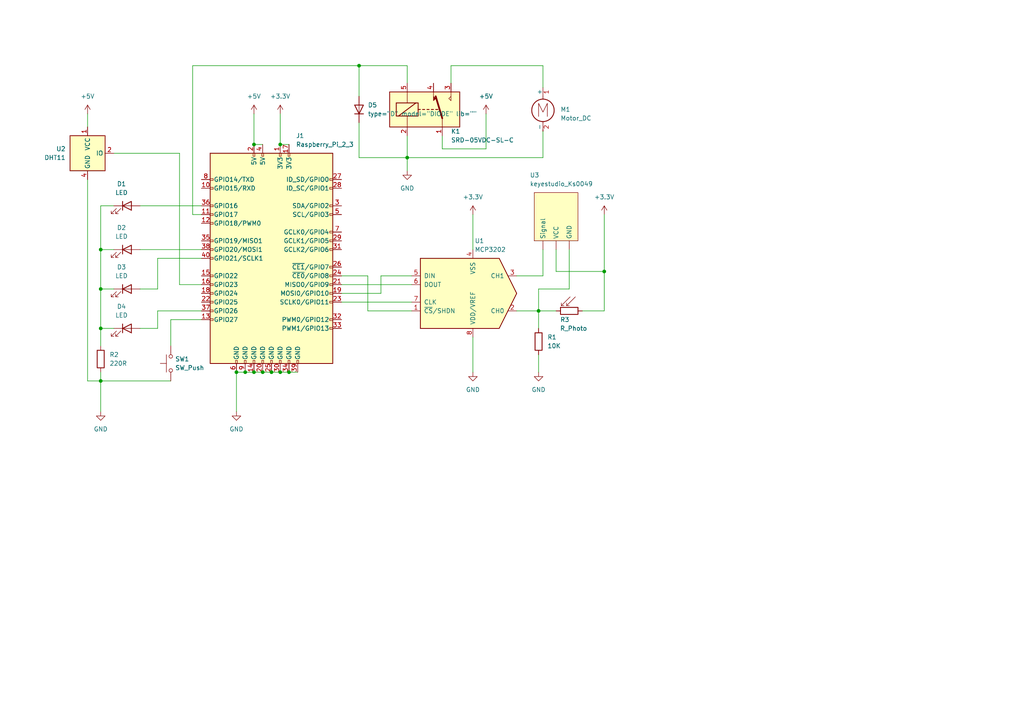
<source format=kicad_sch>
(kicad_sch (version 20211123) (generator eeschema)
  (paper "A4")
  (lib_symbols
    (symbol "Analog_ADC:MCP3202" (pin_names (offset 1.016))
      (property "Reference" "U" (at -6.35 11.43 0))
      (property "Value" "MCP3202" (at 11.43 11.43 0))
      (symbol "MCP3202_0_1"
        (polyline (pts (xy 15.24 10.16) (xy -7.62 10.16) (xy -12.7 0) (xy -7.62 -10.16) (xy 15.24 -10.16) (xy 15.24 10.16)) (stroke (width 0.254)) (fill (type background)))
      )
      (symbol "MCP3202_1_1"
        (pin input line (at 17.78 5.08 180) (length 2.54) (name "~{CS}/SHDN") (number "1"))
        (pin passive line (at -12.7 5.08 0) (length 2.54) (name "CH0") (number "2"))
        (pin passive line (at -12.7 -5.08 0) (length 2.54) (name "CH1") (number "3"))
        (pin power_in line (at 0 -12.7 90) (length 2.54) (name "VSS") (number "4"))
        (pin input line (at 17.78 -5.08 180) (length 2.54) (name "DIN") (number "5"))
        (pin output line (at 17.78 -2.54 180) (length 2.54) (name "DOUT") (number "6"))
        (pin input line (at 17.78 2.54 180) (length 2.54) (name "CLK") (number "7"))
        (pin power_in line (at 0 12.7 270) (length 2.54) (name "VDD/VREF") (number "8"))
      )
    )
    (symbol "Connector:Raspberry_Pi_2_3" (pin_names (offset 1.016))
      (property "Reference" "J" (at -17.78 31.75 0))
      (property "Value" "Raspberry_Pi_2_3" (at 10.16 -31.75 0))
      (symbol "Raspberry_Pi_2_3_0_1"
        (rectangle (start -17.78 30.48) (end 17.78 -30.48) (stroke (width 0.254)) (fill (type background)))
      )
      (symbol "Raspberry_Pi_2_3_1_1"
        (rectangle (start -16.891 -17.526) (end -17.78 -18.034))
        (rectangle (start -16.891 -14.986) (end -17.78 -15.494))
        (rectangle (start -16.891 -12.446) (end -17.78 -12.954))
        (rectangle (start -16.891 -9.906) (end -17.78 -10.414))
        (rectangle (start -16.891 -7.366) (end -17.78 -7.874))
        (rectangle (start -16.891 -4.826) (end -17.78 -5.334))
        (rectangle (start -16.891 0.254) (end -17.78 -0.254))
        (rectangle (start -16.891 2.794) (end -17.78 2.286))
        (rectangle (start -16.891 5.334) (end -17.78 4.826))
        (rectangle (start -16.891 10.414) (end -17.78 9.906))
        (rectangle (start -16.891 12.954) (end -17.78 12.446))
        (rectangle (start -16.891 15.494) (end -17.78 14.986))
        (rectangle (start -16.891 20.574) (end -17.78 20.066))
        (rectangle (start -16.891 23.114) (end -17.78 22.606))
        (rectangle (start -10.414 -29.591) (end -9.906 -30.48))
        (rectangle (start -7.874 -29.591) (end -7.366 -30.48))
        (rectangle (start -5.334 -29.591) (end -4.826 -30.48))
        (rectangle (start -5.334 30.48) (end -4.826 29.591))
        (rectangle (start -2.794 -29.591) (end -2.286 -30.48))
        (rectangle (start -2.794 30.48) (end -2.286 29.591))
        (rectangle (start -0.254 -29.591) (end 0.254 -30.48))
        (rectangle (start 2.286 -29.591) (end 2.794 -30.48))
        (rectangle (start 2.286 30.48) (end 2.794 29.591))
        (rectangle (start 4.826 -29.591) (end 5.334 -30.48))
        (rectangle (start 4.826 30.48) (end 5.334 29.591))
        (rectangle (start 7.366 -29.591) (end 7.874 -30.48))
        (rectangle (start 17.78 -20.066) (end 16.891 -20.574))
        (rectangle (start 17.78 -17.526) (end 16.891 -18.034))
        (rectangle (start 17.78 -12.446) (end 16.891 -12.954))
        (rectangle (start 17.78 -9.906) (end 16.891 -10.414))
        (rectangle (start 17.78 -7.366) (end 16.891 -7.874))
        (rectangle (start 17.78 -4.826) (end 16.891 -5.334))
        (rectangle (start 17.78 -2.286) (end 16.891 -2.794))
        (rectangle (start 17.78 2.794) (end 16.891 2.286))
        (rectangle (start 17.78 5.334) (end 16.891 4.826))
        (rectangle (start 17.78 7.874) (end 16.891 7.366))
        (rectangle (start 17.78 12.954) (end 16.891 12.446))
        (rectangle (start 17.78 15.494) (end 16.891 14.986))
        (rectangle (start 17.78 20.574) (end 16.891 20.066))
        (rectangle (start 17.78 23.114) (end 16.891 22.606))
        (pin power_in line (at 2.54 33.02 270) (length 2.54) (name "3V3") (number "1"))
        (pin bidirectional line (at -20.32 20.32 0) (length 2.54) (name "GPIO15/RXD") (number "10"))
        (pin bidirectional line (at -20.32 12.7 0) (length 2.54) (name "GPIO17") (number "11"))
        (pin bidirectional line (at -20.32 10.16 0) (length 2.54) (name "GPIO18/PWM0") (number "12"))
        (pin bidirectional line (at -20.32 -17.78 0) (length 2.54) (name "GPIO27") (number "13"))
        (pin power_in line (at -5.08 -33.02 90) (length 2.54) (name "GND") (number "14"))
        (pin bidirectional line (at -20.32 -5.08 0) (length 2.54) (name "GPIO22") (number "15"))
        (pin bidirectional line (at -20.32 -7.62 0) (length 2.54) (name "GPIO23") (number "16"))
        (pin power_in line (at 5.08 33.02 270) (length 2.54) (name "3V3") (number "17"))
        (pin bidirectional line (at -20.32 -10.16 0) (length 2.54) (name "GPIO24") (number "18"))
        (pin bidirectional line (at 20.32 -10.16 180) (length 2.54) (name "MOSI0/GPIO10") (number "19"))
        (pin power_in line (at -5.08 33.02 270) (length 2.54) (name "5V") (number "2"))
        (pin power_in line (at -2.54 -33.02 90) (length 2.54) (name "GND") (number "20"))
        (pin bidirectional line (at 20.32 -7.62 180) (length 2.54) (name "MISO0/GPIO9") (number "21"))
        (pin bidirectional line (at -20.32 -12.7 0) (length 2.54) (name "GPIO25") (number "22"))
        (pin bidirectional line (at 20.32 -12.7 180) (length 2.54) (name "SCLK0/GPIO11") (number "23"))
        (pin bidirectional line (at 20.32 -5.08 180) (length 2.54) (name "~{CE0}/GPIO8") (number "24"))
        (pin power_in line (at 0 -33.02 90) (length 2.54) (name "GND") (number "25"))
        (pin bidirectional line (at 20.32 -2.54 180) (length 2.54) (name "~{CE1}/GPIO7") (number "26"))
        (pin bidirectional line (at 20.32 22.86 180) (length 2.54) (name "ID_SD/GPIO0") (number "27"))
        (pin bidirectional line (at 20.32 20.32 180) (length 2.54) (name "ID_SC/GPIO1") (number "28"))
        (pin bidirectional line (at 20.32 5.08 180) (length 2.54) (name "GCLK1/GPIO5") (number "29"))
        (pin bidirectional line (at 20.32 15.24 180) (length 2.54) (name "SDA/GPIO2") (number "3"))
        (pin power_in line (at 2.54 -33.02 90) (length 2.54) (name "GND") (number "30"))
        (pin bidirectional line (at 20.32 2.54 180) (length 2.54) (name "GCLK2/GPIO6") (number "31"))
        (pin bidirectional line (at 20.32 -17.78 180) (length 2.54) (name "PWM0/GPIO12") (number "32"))
        (pin bidirectional line (at 20.32 -20.32 180) (length 2.54) (name "PWM1/GPIO13") (number "33"))
        (pin power_in line (at 5.08 -33.02 90) (length 2.54) (name "GND") (number "34"))
        (pin bidirectional line (at -20.32 5.08 0) (length 2.54) (name "GPIO19/MISO1") (number "35"))
        (pin bidirectional line (at -20.32 15.24 0) (length 2.54) (name "GPIO16") (number "36"))
        (pin bidirectional line (at -20.32 -15.24 0) (length 2.54) (name "GPIO26") (number "37"))
        (pin bidirectional line (at -20.32 2.54 0) (length 2.54) (name "GPIO20/MOSI1") (number "38"))
        (pin power_in line (at 7.62 -33.02 90) (length 2.54) (name "GND") (number "39"))
        (pin power_in line (at -2.54 33.02 270) (length 2.54) (name "5V") (number "4"))
        (pin bidirectional line (at -20.32 0 0) (length 2.54) (name "GPIO21/SCLK1") (number "40"))
        (pin bidirectional line (at 20.32 12.7 180) (length 2.54) (name "SCL/GPIO3") (number "5"))
        (pin power_in line (at -10.16 -33.02 90) (length 2.54) (name "GND") (number "6"))
        (pin bidirectional line (at 20.32 7.62 180) (length 2.54) (name "GCLK0/GPIO4") (number "7"))
        (pin bidirectional line (at -20.32 22.86 0) (length 2.54) (name "GPIO14/TXD") (number "8"))
        (pin power_in line (at -7.62 -33.02 90) (length 2.54) (name "GND") (number "9"))
      )
    )
    (symbol "Device:LED" (pin_numbers hide) (pin_names (offset 1.016) hide)
      (property "Reference" "D" (at 0 2.54 0))
      (property "Value" "LED" (at 0 -2.54 0))
      (symbol "LED_0_1"
        (polyline (pts (xy -1.27 -1.27) (xy -1.27 1.27)) (stroke (width 0.254)))
        (polyline (pts (xy -1.27 0) (xy 1.27 0)))
        (polyline (pts (xy 1.27 -1.27) (xy 1.27 1.27) (xy -1.27 0) (xy 1.27 -1.27)) (stroke (width 0.254)))
        (polyline (pts (xy -3.048 -0.762) (xy -4.572 -2.286) (xy -3.81 -2.286) (xy -4.572 -2.286) (xy -4.572 -1.524)))
        (polyline (pts (xy -1.778 -0.762) (xy -3.302 -2.286) (xy -2.54 -2.286) (xy -3.302 -2.286) (xy -3.302 -1.524)))
      )
      (symbol "LED_1_1"
        (pin passive line (at -3.81 0 0) (length 2.54) (name "K") (number "1"))
        (pin passive line (at 3.81 0 180) (length 2.54) (name "A") (number "2"))
      )
    )
    (symbol "Device:R" (pin_numbers hide) (pin_names (offset 0))
      (property "Reference" "R" (at 2.032 0 90))
      (property "Value" "R" (at 0 0 90))
      (symbol "R_0_1"
        (rectangle (start -1.016 -2.54) (end 1.016 2.54) (stroke (width 0.254)))
      )
      (symbol "R_1_1"
        (pin passive line (at 0 3.81 270) (length 1.27) (name "~") (number "1"))
        (pin passive line (at 0 -3.81 90) (length 1.27) (name "~") (number "2"))
      )
    )
    (symbol "Device:R_Photo" (pin_numbers hide) (pin_names (offset 0))
      (property "Reference" "R" (at 1.27 1.27 0))
      (property "Value" "R_Photo" (at 1.27 0 0))
      (symbol "R_Photo_0_1"
        (rectangle (start -1.016 2.54) (end 1.016 -2.54) (stroke (width 0.254)))
        (polyline (pts (xy -1.524 -2.286) (xy -4.064 0.254)))
        (polyline (pts (xy -1.524 -2.286) (xy -2.286 -2.286)))
        (polyline (pts (xy -1.524 -2.286) (xy -1.524 -1.524)))
        (polyline (pts (xy -1.524 -0.762) (xy -4.064 1.778)))
        (polyline (pts (xy -1.524 -0.762) (xy -2.286 -0.762)))
        (polyline (pts (xy -1.524 -0.762) (xy -1.524 0)))
      )
      (symbol "R_Photo_1_1"
        (pin passive line (at 0 3.81 270) (length 1.27) (name "~") (number "1"))
        (pin passive line (at 0 -3.81 90) (length 1.27) (name "~") (number "2"))
      )
    )
    (symbol "Motor:Motor_DC" (pin_names (offset 0))
      (property "Reference" "M" (at 2.54 2.54 0))
      (property "Value" "Motor_DC" (at 2.54 -5.08 0))
      (symbol "Motor_DC_0_0"
        (polyline (pts (xy -1.27 -3.302) (xy -1.27 0.508) (xy 0 -2.032) (xy 1.27 0.508) (xy 1.27 -3.302)))
      )
      (symbol "Motor_DC_0_1"
        (circle (center 0 -1.524) (radius 3.2512) (stroke (width 0.254)))
        (polyline (pts (xy 0 -7.62) (xy 0 -7.112)))
        (polyline (pts (xy 0 -4.7752) (xy 0 -5.1816)))
        (polyline (pts (xy 0 1.7272) (xy 0 2.0828)))
        (polyline (pts (xy 0 2.032) (xy 0 2.54)))
      )
      (symbol "Motor_DC_1_1"
        (pin passive line (at 0 5.08 270) (length 2.54) (name "+") (number "1"))
        (pin passive line (at 0 -7.62 90) (length 2.54) (name "-") (number "2"))
      )
    )
    (symbol "Relay:SANYOU_SRD_Form_C"
      (property "Reference" "K" (at 11.43 3.81 0))
      (property "Value" "SANYOU_SRD_Form_C" (at 11.43 1.27 0))
      (symbol "SANYOU_SRD_Form_C_0_0"
        (polyline (pts (xy 7.62 5.08) (xy 7.62 2.54) (xy 6.985 3.175) (xy 7.62 3.81)))
      )
      (symbol "SANYOU_SRD_Form_C_0_1"
        (rectangle (start -10.16 5.08) (end 10.16 -5.08) (stroke (width 0.254)) (fill (type background)))
        (rectangle (start -8.255 1.905) (end -1.905 -1.905) (stroke (width 0.254)))
        (polyline (pts (xy -7.62 -1.905) (xy -2.54 1.905)) (stroke (width 0.254)))
        (polyline (pts (xy -5.08 -5.08) (xy -5.08 -1.905)))
        (polyline (pts (xy -5.08 5.08) (xy -5.08 1.905)))
        (polyline (pts (xy -1.905 0) (xy -1.27 0)) (stroke (width 0.254)))
        (polyline (pts (xy -0.635 0) (xy 0 0)) (stroke (width 0.254)))
        (polyline (pts (xy 0.635 0) (xy 1.27 0)) (stroke (width 0.254)))
        (polyline (pts (xy 1.905 0) (xy 2.54 0)) (stroke (width 0.254)))
        (polyline (pts (xy 3.175 0) (xy 3.81 0)) (stroke (width 0.254)))
        (polyline (pts (xy 5.08 -2.54) (xy 3.175 3.81)) (stroke (width 0.508)))
        (polyline (pts (xy 5.08 -2.54) (xy 5.08 -5.08)))
      )
      (symbol "SANYOU_SRD_Form_C_1_1"
        (polyline (pts (xy 2.54 3.81) (xy 3.175 3.175) (xy 2.54 2.54) (xy 2.54 5.08)) (fill (type outline)))
        (pin passive line (at 5.08 -7.62 90) (length 2.54) (name "~") (number "1"))
        (pin passive line (at -5.08 -7.62 90) (length 2.54) (name "~") (number "2"))
        (pin passive line (at 7.62 7.62 270) (length 2.54) (name "~") (number "3"))
        (pin passive line (at 2.54 7.62 270) (length 2.54) (name "~") (number "4"))
        (pin passive line (at -5.08 7.62 270) (length 2.54) (name "~") (number "5"))
      )
    )
    (symbol "Sensor:DHT11"
      (property "Reference" "U" (at -3.81 6.35 0))
      (property "Value" "DHT11" (at 3.81 6.35 0))
      (symbol "DHT11_0_1"
        (rectangle (start -5.08 5.08) (end 5.08 -5.08) (stroke (width 0.254)) (fill (type background)))
      )
      (symbol "DHT11_1_1"
        (pin power_in line (at 0 7.62 270) (length 2.54) (name "VCC") (number "1"))
        (pin bidirectional line (at 7.62 0 180) (length 2.54) (name "IO") (number "2"))
        (pin no_connect line (at -5.08 0 0) (length 2.54) hide (name "NC") (number "3"))
        (pin power_in line (at 0 -7.62 90) (length 2.54) (name "GND") (number "4"))
      )
    )
    (symbol "Simulation_SPICE:DIODE" (pin_numbers hide) (pin_names (offset 1.016) hide)
      (property "Reference" "D" (at 0 2.54 0))
      (property "Value" "DIODE" (at 0 -2.54 0))
      (symbol "DIODE_0_1"
        (polyline (pts (xy 1.27 0) (xy -1.27 0)))
        (polyline (pts (xy 1.27 1.27) (xy 1.27 -1.27)) (stroke (width 0.254)))
        (polyline (pts (xy -1.27 -1.27) (xy -1.27 1.27) (xy 1.27 0) (xy -1.27 -1.27)) (stroke (width 0.254)))
      )
      (symbol "DIODE_1_1"
        (pin passive line (at -3.81 0 0) (length 2.54) (name "A") (number "1"))
        (pin passive line (at 3.81 0 180) (length 2.54) (name "K") (number "2"))
      )
    )
    (symbol "Switch:SW_Push" (pin_numbers hide) (pin_names (offset 1.016) hide)
      (property "Reference" "SW" (at 1.27 2.54 0))
      (property "Value" "SW_Push" (at 0 -1.524 0))
      (symbol "SW_Push_0_1"
        (circle (center -2.032 0) (radius 0.508))
        (polyline (pts (xy 0 1.27) (xy 0 3.048)))
        (polyline (pts (xy 2.54 1.27) (xy -2.54 1.27)))
        (circle (center 2.032 0) (radius 0.508))
        (pin passive line (at -5.08 0 0) (length 2.54) (name "1") (number "1"))
        (pin passive line (at 5.08 0 180) (length 2.54) (name "2") (number "2"))
      )
    )
    (symbol "power:+3.3V" (power) (pin_names (offset 0))
      (property "Value" "+3.3V" (at 0 3.556 0))
      (symbol "+3.3V_0_1"
        (polyline (pts (xy -0.762 1.27) (xy 0 2.54)))
        (polyline (pts (xy 0 0) (xy 0 2.54)))
        (polyline (pts (xy 0 2.54) (xy 0.762 1.27)))
      )
      (symbol "+3.3V_1_1"
        (pin power_in line (at 0 0 90) (length 0) hide (name "+3.3V") (number "1"))
      )
    )
    (symbol "power:+5V" (power) (pin_names (offset 0))
      (property "Value" "+5V" (at 0 3.556 0))
      (symbol "+5V_0_1"
        (polyline (pts (xy -0.762 1.27) (xy 0 2.54)))
        (polyline (pts (xy 0 0) (xy 0 2.54)))
        (polyline (pts (xy 0 2.54) (xy 0.762 1.27)))
      )
      (symbol "+5V_1_1"
        (pin power_in line (at 0 0 90) (length 0) hide (name "+5V") (number "1"))
      )
    )
    (symbol "power:GND" (power) (pin_names (offset 0))
      (property "Value" "GND" (at 0 -3.81 0))
      (symbol "GND_0_1"
        (polyline (pts (xy 0 0) (xy 0 -1.27) (xy 1.27 -1.27) (xy 0 -2.54) (xy -1.27 -1.27) (xy 0 -1.27)))
      )
      (symbol "GND_1_1"
        (pin power_in line (at 0 0 270) (length 0) hide (name "GND") (number "1"))
      )
    )
    (symbol "soil-sensor:keyestudio_Ks0049"
      (property "Reference" "U" (at 8.89 1.27 0))
      (property "Value" "keyestudio_Ks0049" (at 2.54 -2.54 0))
      (symbol "keyestudio_Ks0049_0_1"
        (rectangle (start -3.81 12.7) (end 10.16 0) (fill (type background)))
      )
      (symbol "keyestudio_Ks0049_1_1"
        (pin passive line (at -6.35 2.54 0) (length 2.54) (name "GND") (number ""))
        (pin output line (at -6.35 10.16 0) (length 2.54) (name "Signal") (number ""))
        (pin power_in line (at -6.35 6.35 0) (length 2.54) (name "VCC") (number ""))
      )
    )
  )
  (junction (at 29.21 95.25))
  (junction (at 156.21 90.17))
  (junction (at 73.66 41.91))
  (junction (at 29.21 110.49))
  (junction (at 81.28 107.95))
  (junction (at 68.58 107.95))
  (junction (at 71.12 107.95))
  (junction (at 104.14 19.05))
  (junction (at 175.26 78.74))
  (junction (at 73.66 107.95))
  (junction (at 81.28 41.91))
  (junction (at 118.11 45.72))
  (junction (at 78.74 107.95))
  (junction (at 29.21 83.82))
  (junction (at 76.2 107.95))
  (junction (at 29.21 72.39))
  (junction (at 83.82 107.95))
  (wire (pts (xy 73.66 33.02) (xy 73.66 41.91)))
  (wire (pts (xy 76.2 107.95) (xy 78.74 107.95)))
  (wire (pts (xy 55.88 19.05) (xy 104.14 19.05)))
  (wire (pts (xy 68.58 107.95) (xy 68.58 119.38)))
  (wire (pts (xy 104.14 45.72) (xy 118.11 45.72)))
  (wire (pts (xy 118.11 39.37) (xy 118.11 45.72)))
  (wire (pts (xy 99.06 87.63) (xy 119.38 87.63)))
  (wire (pts (xy 128.27 39.37) (xy 128.27 43.18)))
  (wire (pts (xy 78.74 107.95) (xy 81.28 107.95)))
  (wire (pts (xy 45.72 95.25) (xy 40.64 95.25)))
  (wire (pts (xy 81.28 41.91) (xy 83.82 41.91)))
  (wire (pts (xy 140.97 43.18) (xy 140.97 33.02)))
  (wire (pts (xy 156.21 90.17) (xy 156.21 95.25)))
  (wire (pts (xy 68.58 107.95) (xy 71.12 107.95)))
  (wire (pts (xy 29.21 110.49) (xy 49.53 110.49)))
  (wire (pts (xy 165.1 83.82) (xy 156.21 83.82)))
  (wire (pts (xy 29.21 95.25) (xy 33.02 95.25)))
  (wire (pts (xy 175.26 90.17) (xy 168.91 90.17)))
  (wire (pts (xy 58.42 74.93) (xy 45.72 74.93)))
  (wire (pts (xy 73.66 107.95) (xy 76.2 107.95)))
  (wire (pts (xy 52.07 82.55) (xy 58.42 82.55)))
  (wire (pts (xy 106.68 90.17) (xy 119.38 90.17)))
  (wire (pts (xy 29.21 110.49) (xy 29.21 119.38)))
  (wire (pts (xy 130.81 19.05) (xy 157.48 19.05)))
  (wire (pts (xy 156.21 90.17) (xy 161.29 90.17)))
  (wire (pts (xy 119.38 80.01) (xy 110.49 80.01)))
  (wire (pts (xy 58.42 90.17) (xy 45.72 90.17)))
  (wire (pts (xy 104.14 19.05) (xy 104.14 27.94)))
  (wire (pts (xy 106.68 80.01) (xy 106.68 90.17)))
  (wire (pts (xy 25.4 33.02) (xy 25.4 36.83)))
  (wire (pts (xy 49.53 92.71) (xy 49.53 100.33)))
  (wire (pts (xy 110.49 85.09) (xy 99.06 85.09)))
  (wire (pts (xy 58.42 62.23) (xy 55.88 62.23)))
  (wire (pts (xy 52.07 44.45) (xy 52.07 82.55)))
  (wire (pts (xy 29.21 83.82) (xy 33.02 83.82)))
  (wire (pts (xy 25.4 110.49) (xy 29.21 110.49)))
  (wire (pts (xy 137.16 97.79) (xy 137.16 107.95)))
  (wire (pts (xy 55.88 62.23) (xy 55.88 19.05)))
  (wire (pts (xy 29.21 83.82) (xy 29.21 95.25)))
  (wire (pts (xy 45.72 90.17) (xy 45.72 95.25)))
  (wire (pts (xy 104.14 35.56) (xy 104.14 45.72)))
  (wire (pts (xy 29.21 59.69) (xy 33.02 59.69)))
  (wire (pts (xy 104.14 19.05) (xy 118.11 19.05)))
  (wire (pts (xy 149.86 90.17) (xy 156.21 90.17)))
  (wire (pts (xy 73.66 41.91) (xy 76.2 41.91)))
  (wire (pts (xy 29.21 72.39) (xy 29.21 83.82)))
  (wire (pts (xy 156.21 102.87) (xy 156.21 107.95)))
  (wire (pts (xy 157.48 72.39) (xy 157.48 80.01)))
  (wire (pts (xy 130.81 24.13) (xy 130.81 19.05)))
  (wire (pts (xy 29.21 72.39) (xy 33.02 72.39)))
  (wire (pts (xy 25.4 52.07) (xy 25.4 110.49)))
  (wire (pts (xy 29.21 107.95) (xy 29.21 110.49)))
  (wire (pts (xy 33.02 44.45) (xy 52.07 44.45)))
  (wire (pts (xy 81.28 33.02) (xy 81.28 41.91)))
  (wire (pts (xy 29.21 95.25) (xy 29.21 100.33)))
  (wire (pts (xy 118.11 19.05) (xy 118.11 24.13)))
  (wire (pts (xy 99.06 80.01) (xy 106.68 80.01)))
  (wire (pts (xy 137.16 62.23) (xy 137.16 72.39)))
  (wire (pts (xy 156.21 83.82) (xy 156.21 90.17)))
  (wire (pts (xy 157.48 19.05) (xy 157.48 25.4)))
  (wire (pts (xy 45.72 83.82) (xy 40.64 83.82)))
  (wire (pts (xy 175.26 62.23) (xy 175.26 78.74)))
  (wire (pts (xy 45.72 74.93) (xy 45.72 83.82)))
  (wire (pts (xy 58.42 92.71) (xy 49.53 92.71)))
  (wire (pts (xy 81.28 107.95) (xy 83.82 107.95)))
  (wire (pts (xy 58.42 59.69) (xy 40.64 59.69)))
  (wire (pts (xy 71.12 107.95) (xy 73.66 107.95)))
  (wire (pts (xy 83.82 107.95) (xy 86.36 107.95)))
  (wire (pts (xy 161.29 72.39) (xy 161.29 78.74)))
  (wire (pts (xy 118.11 45.72) (xy 118.11 49.53)))
  (wire (pts (xy 157.48 80.01) (xy 149.86 80.01)))
  (wire (pts (xy 161.29 78.74) (xy 175.26 78.74)))
  (wire (pts (xy 175.26 78.74) (xy 175.26 90.17)))
  (wire (pts (xy 165.1 72.39) (xy 165.1 83.82)))
  (wire (pts (xy 40.64 72.39) (xy 58.42 72.39)))
  (wire (pts (xy 128.27 43.18) (xy 140.97 43.18)))
  (wire (pts (xy 29.21 59.69) (xy 29.21 72.39)))
  (wire (pts (xy 157.48 38.1) (xy 157.48 45.72)))
  (wire (pts (xy 157.48 45.72) (xy 118.11 45.72)))
  (wire (pts (xy 99.06 82.55) (xy 119.38 82.55)))
  (wire (pts (xy 110.49 80.01) (xy 110.49 85.09)))
  (symbol (lib_id "Connector:Raspberry_Pi_2_3") (at 78.74 74.93 0) (unit 1)
    (property "Reference" "J1" (at 85.8394 39.37 0) (effects (justify left)))
    (property "Value" "Raspberry_Pi_2_3" (at 85.8394 41.91 0) (effects (justify left)))
    (property "Datasheet" "https://www.raspberrypi.org/documentation/hardware/raspberrypi/schematics/rpi_SCH_3bplus_1p0_reduced.pdf" (effects hide))
  )
  (symbol (lib_id "Device:LED") (at 36.83 72.39 0) (unit 1)
    (property "Reference" "D2" (at 35.2425 66.04 0))
    (property "Value" "LED" (at 35.2425 68.58 0))
  )
  (symbol (lib_id "power:GND") (at 137.16 107.95 0) (unit 1)
    (property "Reference" "#PWR?" (effects hide))
    (property "Value" "GND" (at 137.16 113.03 0))
  )
  (symbol (lib_id "Motor:Motor_DC") (at 157.48 30.48 0) (unit 1)
    (property "Reference" "M1" (at 162.56 31.7499 0) (effects (justify left)))
    (property "Value" "Motor_DC" (at 162.56 34.2899 0) (effects (justify left)))
  )
  (symbol (lib_id "power:+3.3V") (at 175.26 62.23 0) (unit 1)
    (property "Reference" "#PWR?" (effects hide))
    (property "Value" "+3.3V" (at 175.26 57.15 0))
  )
  (symbol (lib_id "Relay:SANYOU_SRD_Form_C") (at 123.19 31.75 0) (unit 1)
    (property "Reference" "K1" (at 130.81 38.1 0) (effects (justify left)))
    (property "Value" "SRD-05VDC-SL-C" (at 130.81 40.64 0) (effects (justify left)))
    (property "Footprint" "Relay_THT:Relay_SPDT_SANYOU_SRD_Series_Form_C" (effects hide))
    (property "Datasheet" "http://www.sanyourelay.ca/public/products/pdf/SRD.pdf" (effects hide))
  )
  (symbol (lib_id "Device:LED") (at 36.83 83.82 0) (unit 1)
    (property "Reference" "D3" (at 35.2425 77.47 0))
    (property "Value" "LED" (at 35.2425 80.01 0))
  )
  (symbol (lib_id "Device:LED") (at 36.83 59.69 0) (unit 1)
    (property "Reference" "D1" (at 35.2425 53.34 0))
    (property "Value" "LED" (at 35.2425 55.88 0))
  )
  (symbol (lib_id "power:+5V") (at 140.97 33.02 0) (unit 1)
    (property "Reference" "#PWR?" (effects hide))
    (property "Value" "+5V" (at 140.97 27.94 0))
  )
  (symbol (lib_id "power:GND") (at 29.21 119.38 0) (unit 1)
    (property "Reference" "#PWR?" (effects hide))
    (property "Value" "GND" (at 29.21 124.46 0))
  )
  (symbol (lib_id "Switch:SW_Push") (at 49.53 105.41 90) (unit 1)
    (property "Reference" "SW1" (at 50.8 104.1399 90) (effects (justify right)))
    (property "Value" "SW_Push" (at 50.8 106.6799 90) (effects (justify right)))
  )
  (symbol (lib_id "power:+5V") (at 73.66 33.02 0) (unit 1)
    (property "Reference" "#PWR?" (effects hide))
    (property "Value" "+5V" (at 73.66 27.94 0))
  )
  (symbol (lib_id "Analog_ADC:MCP3202") (at 137.16 85.09 180) (unit 1)
    (property "Reference" "U1" (at 137.6806 69.85 0) (effects (justify right)))
    (property "Value" "MCP3202" (at 137.6806 72.39 0) (effects (justify right)))
    (property "Datasheet" "http://ww1.microchip.com/downloads/en/DeviceDoc/21034D.pdf" (effects hide))
  )
  (symbol (lib_id "Device:R_Photo") (at 165.1 90.17 270) (unit 1)
    (property "Reference" "R3" (at 163.83 92.71 90))
    (property "Value" "R_Photo" (at 166.37 95.25 90))
  )
  (symbol (lib_id "power:GND") (at 156.21 107.95 0) (unit 1)
    (property "Reference" "#PWR?" (effects hide))
    (property "Value" "GND" (at 156.21 113.03 0))
  )
  (symbol (lib_id "power:+3.3V") (at 81.28 33.02 0) (unit 1)
    (property "Reference" "#PWR?" (effects hide))
    (property "Value" "+3.3V" (at 81.28 27.94 0))
  )
  (symbol (lib_id "soil-sensor:keyestudio_Ks0049") (at 167.64 66.04 90) (unit 1)
    (property "Reference" "U3" (at 153.67 50.8 90) (effects (justify right)))
    (property "Value" "keyestudio_Ks0049" (at 153.67 53.34 90) (effects (justify right)))
  )
  (symbol (lib_id "Simulation_SPICE:DIODE") (at 104.14 31.75 270) (unit 1)
    (property "Reference" "D5" (at 106.68 30.4799 90) (effects (justify left)))
    (property "Value" "DIODE" (at 106.68 33.0199 90) (effects (justify left)))
    (property "Spice_Netlist_Enabled" "Y" (effects hide))
    (property "Spice_Primitive" "D" (effects hide))
  )
  (symbol (lib_id "power:GND") (at 118.11 49.53 0) (unit 1)
    (property "Reference" "#PWR?" (effects hide))
    (property "Value" "GND" (at 118.11 54.61 0))
  )
  (symbol (lib_id "power:+3.3V") (at 137.16 62.23 0) (unit 1)
    (property "Reference" "#PWR?" (effects hide))
    (property "Value" "+3.3V" (at 137.16 57.15 0))
  )
  (symbol (lib_id "Device:LED") (at 36.83 95.25 0) (unit 1)
    (property "Reference" "D4" (at 35.2425 88.9 0))
    (property "Value" "LED" (at 35.2425 91.44 0))
  )
  (symbol (lib_id "power:GND") (at 68.58 119.38 0) (unit 1)
    (property "Reference" "#PWR?" (effects hide))
    (property "Value" "GND" (at 68.58 124.46 0))
  )
  (symbol (lib_id "Device:R") (at 29.21 104.14 0) (unit 1)
    (property "Reference" "R2" (at 31.75 102.8699 0) (effects (justify left)))
    (property "Value" "220R" (at 31.75 105.4099 0) (effects (justify left)))
  )
  (symbol (lib_id "Device:R") (at 156.21 99.06 0) (unit 1)
    (property "Reference" "R1" (at 158.75 97.7899 0) (effects (justify left)))
    (property "Value" "10K" (at 158.75 100.3299 0) (effects (justify left)))
  )
  (symbol (lib_id "power:+5V") (at 25.4 33.02 0) (unit 1)
    (property "Reference" "#PWR?" (effects hide))
    (property "Value" "+5V" (at 25.4 27.94 0))
  )
  (symbol (lib_id "Sensor:DHT11") (at 25.4 44.45 0) (unit 1)
    (property "Reference" "U2" (at 19.05 43.1799 0) (effects (justify right)))
    (property "Value" "DHT11" (at 19.05 45.7199 0) (effects (justify right)))
    (property "Footprint" "Sensor:Aosong_DHT11_5.5x12.0_P2.54mm" (effects hide))
    (property "Datasheet" "http://akizukidenshi.com/download/ds/aosong/DHT11.pdf" (effects hide))
  )
)
</source>
